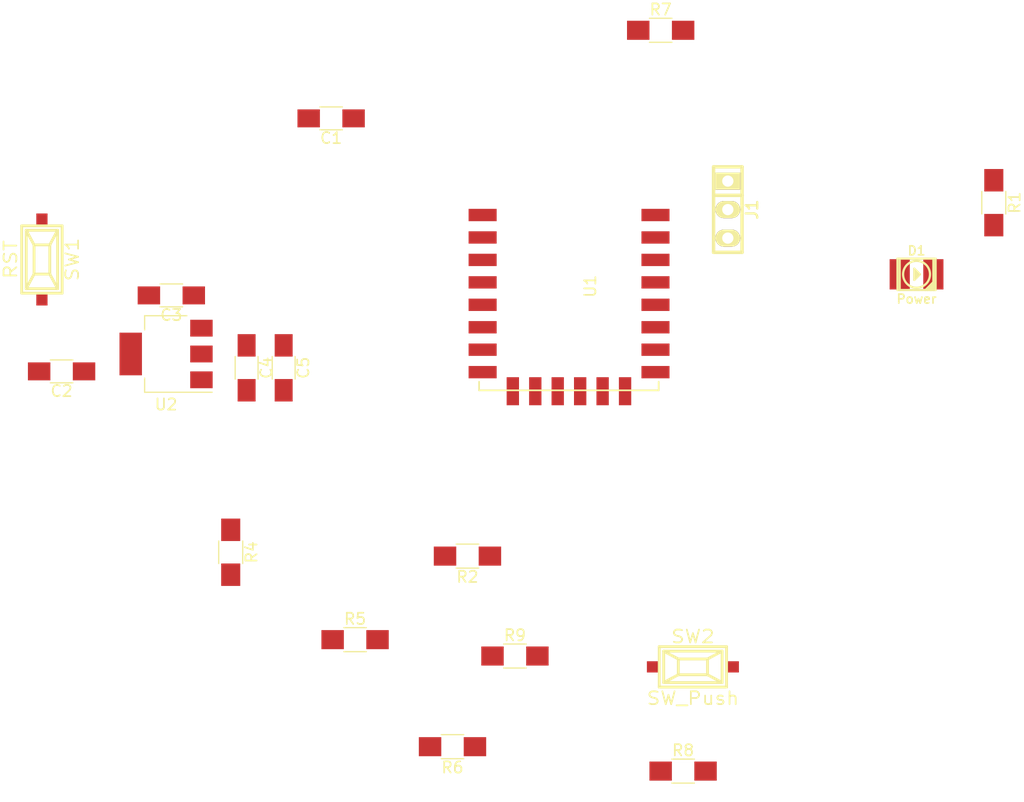
<source format=kicad_pcb>
(kicad_pcb (version 20171130) (host pcbnew "(5.0.1)-4")

  (general
    (thickness 1.6)
    (drawings 0)
    (tracks 0)
    (zones 0)
    (modules 19)
    (nets 14)
  )

  (page A4)
  (layers
    (0 F.Cu signal)
    (31 B.Cu signal)
    (32 B.Adhes user)
    (33 F.Adhes user)
    (34 B.Paste user)
    (35 F.Paste user)
    (36 B.SilkS user)
    (37 F.SilkS user)
    (38 B.Mask user)
    (39 F.Mask user)
    (40 Dwgs.User user)
    (41 Cmts.User user)
    (42 Eco1.User user)
    (43 Eco2.User user)
    (44 Edge.Cuts user)
    (45 Margin user)
    (46 B.CrtYd user)
    (47 F.CrtYd user)
    (48 B.Fab user)
    (49 F.Fab user)
  )

  (setup
    (last_trace_width 0.25)
    (trace_clearance 0.2)
    (zone_clearance 0.508)
    (zone_45_only no)
    (trace_min 0.2)
    (segment_width 0.2)
    (edge_width 0.15)
    (via_size 0.8)
    (via_drill 0.4)
    (via_min_size 0.4)
    (via_min_drill 0.3)
    (uvia_size 0.3)
    (uvia_drill 0.1)
    (uvias_allowed no)
    (uvia_min_size 0.2)
    (uvia_min_drill 0.1)
    (pcb_text_width 0.3)
    (pcb_text_size 1.5 1.5)
    (mod_edge_width 0.15)
    (mod_text_size 1 1)
    (mod_text_width 0.15)
    (pad_size 1.524 1.524)
    (pad_drill 0.762)
    (pad_to_mask_clearance 0.051)
    (solder_mask_min_width 0.25)
    (aux_axis_origin 0 0)
    (visible_elements 7FFFFFFF)
    (pcbplotparams
      (layerselection 0x010fc_ffffffff)
      (usegerberextensions false)
      (usegerberattributes false)
      (usegerberadvancedattributes false)
      (creategerberjobfile false)
      (excludeedgelayer true)
      (linewidth 0.100000)
      (plotframeref false)
      (viasonmask false)
      (mode 1)
      (useauxorigin false)
      (hpglpennumber 1)
      (hpglpenspeed 20)
      (hpglpendiameter 15.000000)
      (psnegative false)
      (psa4output false)
      (plotreference true)
      (plotvalue true)
      (plotinvisibletext false)
      (padsonsilk false)
      (subtractmaskfromsilk false)
      (outputformat 1)
      (mirror false)
      (drillshape 1)
      (scaleselection 1)
      (outputdirectory ""))
  )

  (net 0 "")
  (net 1 GND)
  (net 2 "Net-(C1-Pad1)")
  (net 3 +3V3)
  (net 4 +5V)
  (net 5 "Net-(D1-Pad1)")
  (net 6 "Net-(D1-Pad2)")
  (net 7 "Net-(J1-Pad2)")
  (net 8 "Net-(J1-Pad3)")
  (net 9 "Net-(R5-Pad2)")
  (net 10 "Net-(R6-Pad1)")
  (net 11 "Net-(R7-Pad1)")
  (net 12 "Net-(R8-Pad1)")
  (net 13 "Net-(R9-Pad2)")

  (net_class Default "Esta es la clase de red por defecto."
    (clearance 0.2)
    (trace_width 0.25)
    (via_dia 0.8)
    (via_drill 0.4)
    (uvia_dia 0.3)
    (uvia_drill 0.1)
    (add_net +3V3)
    (add_net +5V)
    (add_net GND)
    (add_net "Net-(C1-Pad1)")
    (add_net "Net-(D1-Pad1)")
    (add_net "Net-(D1-Pad2)")
    (add_net "Net-(J1-Pad2)")
    (add_net "Net-(J1-Pad3)")
    (add_net "Net-(R5-Pad2)")
    (add_net "Net-(R6-Pad1)")
    (add_net "Net-(R7-Pad1)")
    (add_net "Net-(R8-Pad1)")
    (add_net "Net-(R9-Pad2)")
  )

  (module Capacitors_SMD:C_1206_HandSoldering (layer F.Cu) (tedit 58AA84D1) (tstamp 5C05BF88)
    (at 126.7079 59.9186 180)
    (descr "Capacitor SMD 1206, hand soldering")
    (tags "capacitor 1206")
    (path /5C02D7E1)
    (attr smd)
    (fp_text reference C1 (at 0 -1.75 180) (layer F.SilkS)
      (effects (font (size 1 1) (thickness 0.15)))
    )
    (fp_text value 470pF (at 0 2 180) (layer F.Fab)
      (effects (font (size 1 1) (thickness 0.15)))
    )
    (fp_line (start 3.25 1.05) (end -3.25 1.05) (layer F.CrtYd) (width 0.05))
    (fp_line (start 3.25 1.05) (end 3.25 -1.05) (layer F.CrtYd) (width 0.05))
    (fp_line (start -3.25 -1.05) (end -3.25 1.05) (layer F.CrtYd) (width 0.05))
    (fp_line (start -3.25 -1.05) (end 3.25 -1.05) (layer F.CrtYd) (width 0.05))
    (fp_line (start -1 1.02) (end 1 1.02) (layer F.SilkS) (width 0.12))
    (fp_line (start 1 -1.02) (end -1 -1.02) (layer F.SilkS) (width 0.12))
    (fp_line (start -1.6 -0.8) (end 1.6 -0.8) (layer F.Fab) (width 0.1))
    (fp_line (start 1.6 -0.8) (end 1.6 0.8) (layer F.Fab) (width 0.1))
    (fp_line (start 1.6 0.8) (end -1.6 0.8) (layer F.Fab) (width 0.1))
    (fp_line (start -1.6 0.8) (end -1.6 -0.8) (layer F.Fab) (width 0.1))
    (fp_text user %R (at 0 -1.75 180) (layer F.Fab)
      (effects (font (size 1 1) (thickness 0.15)))
    )
    (pad 2 smd rect (at 2 0 180) (size 2 1.6) (layers F.Cu F.Paste F.Mask)
      (net 1 GND))
    (pad 1 smd rect (at -2 0 180) (size 2 1.6) (layers F.Cu F.Paste F.Mask)
      (net 2 "Net-(C1-Pad1)"))
    (model Capacitors_SMD.3dshapes/C_1206.wrl
      (at (xyz 0 0 0))
      (scale (xyz 1 1 1))
      (rotate (xyz 0 0 0))
    )
  )

  (module Capacitors_SMD:C_1206_HandSoldering (layer F.Cu) (tedit 58AA84D1) (tstamp 5C05BF99)
    (at 102.6922 82.4611 180)
    (descr "Capacitor SMD 1206, hand soldering")
    (tags "capacitor 1206")
    (path /5C0268C4)
    (attr smd)
    (fp_text reference C2 (at 0 -1.75 180) (layer F.SilkS)
      (effects (font (size 1 1) (thickness 0.15)))
    )
    (fp_text value 100uF (at 0 2 180) (layer F.Fab)
      (effects (font (size 1 1) (thickness 0.15)))
    )
    (fp_text user %R (at 0 -1.75 180) (layer F.Fab)
      (effects (font (size 1 1) (thickness 0.15)))
    )
    (fp_line (start -1.6 0.8) (end -1.6 -0.8) (layer F.Fab) (width 0.1))
    (fp_line (start 1.6 0.8) (end -1.6 0.8) (layer F.Fab) (width 0.1))
    (fp_line (start 1.6 -0.8) (end 1.6 0.8) (layer F.Fab) (width 0.1))
    (fp_line (start -1.6 -0.8) (end 1.6 -0.8) (layer F.Fab) (width 0.1))
    (fp_line (start 1 -1.02) (end -1 -1.02) (layer F.SilkS) (width 0.12))
    (fp_line (start -1 1.02) (end 1 1.02) (layer F.SilkS) (width 0.12))
    (fp_line (start -3.25 -1.05) (end 3.25 -1.05) (layer F.CrtYd) (width 0.05))
    (fp_line (start -3.25 -1.05) (end -3.25 1.05) (layer F.CrtYd) (width 0.05))
    (fp_line (start 3.25 1.05) (end 3.25 -1.05) (layer F.CrtYd) (width 0.05))
    (fp_line (start 3.25 1.05) (end -3.25 1.05) (layer F.CrtYd) (width 0.05))
    (pad 1 smd rect (at -2 0 180) (size 2 1.6) (layers F.Cu F.Paste F.Mask)
      (net 3 +3V3))
    (pad 2 smd rect (at 2 0 180) (size 2 1.6) (layers F.Cu F.Paste F.Mask)
      (net 1 GND))
    (model Capacitors_SMD.3dshapes/C_1206.wrl
      (at (xyz 0 0 0))
      (scale (xyz 1 1 1))
      (rotate (xyz 0 0 0))
    )
  )

  (module Capacitors_SMD:C_1206_HandSoldering (layer F.Cu) (tedit 58AA84D1) (tstamp 5C05BFAA)
    (at 112.4712 75.692 180)
    (descr "Capacitor SMD 1206, hand soldering")
    (tags "capacitor 1206")
    (path /5C01CE9F)
    (attr smd)
    (fp_text reference C3 (at 0 -1.75 180) (layer F.SilkS)
      (effects (font (size 1 1) (thickness 0.15)))
    )
    (fp_text value 1uF (at 0 2 180) (layer F.Fab)
      (effects (font (size 1 1) (thickness 0.15)))
    )
    (fp_line (start 3.25 1.05) (end -3.25 1.05) (layer F.CrtYd) (width 0.05))
    (fp_line (start 3.25 1.05) (end 3.25 -1.05) (layer F.CrtYd) (width 0.05))
    (fp_line (start -3.25 -1.05) (end -3.25 1.05) (layer F.CrtYd) (width 0.05))
    (fp_line (start -3.25 -1.05) (end 3.25 -1.05) (layer F.CrtYd) (width 0.05))
    (fp_line (start -1 1.02) (end 1 1.02) (layer F.SilkS) (width 0.12))
    (fp_line (start 1 -1.02) (end -1 -1.02) (layer F.SilkS) (width 0.12))
    (fp_line (start -1.6 -0.8) (end 1.6 -0.8) (layer F.Fab) (width 0.1))
    (fp_line (start 1.6 -0.8) (end 1.6 0.8) (layer F.Fab) (width 0.1))
    (fp_line (start 1.6 0.8) (end -1.6 0.8) (layer F.Fab) (width 0.1))
    (fp_line (start -1.6 0.8) (end -1.6 -0.8) (layer F.Fab) (width 0.1))
    (fp_text user %R (at 0 -1.75 180) (layer F.Fab)
      (effects (font (size 1 1) (thickness 0.15)))
    )
    (pad 2 smd rect (at 2 0 180) (size 2 1.6) (layers F.Cu F.Paste F.Mask)
      (net 1 GND))
    (pad 1 smd rect (at -2 0 180) (size 2 1.6) (layers F.Cu F.Paste F.Mask)
      (net 4 +5V))
    (model Capacitors_SMD.3dshapes/C_1206.wrl
      (at (xyz 0 0 0))
      (scale (xyz 1 1 1))
      (rotate (xyz 0 0 0))
    )
  )

  (module Capacitors_SMD:C_1206_HandSoldering (layer F.Cu) (tedit 58AA84D1) (tstamp 5C05BFBB)
    (at 119.1768 82.1436 270)
    (descr "Capacitor SMD 1206, hand soldering")
    (tags "capacitor 1206")
    (path /5C01CF8B)
    (attr smd)
    (fp_text reference C4 (at 0 -1.75 270) (layer F.SilkS)
      (effects (font (size 1 1) (thickness 0.15)))
    )
    (fp_text value 10uF (at 0 2 270) (layer F.Fab)
      (effects (font (size 1 1) (thickness 0.15)))
    )
    (fp_line (start 3.25 1.05) (end -3.25 1.05) (layer F.CrtYd) (width 0.05))
    (fp_line (start 3.25 1.05) (end 3.25 -1.05) (layer F.CrtYd) (width 0.05))
    (fp_line (start -3.25 -1.05) (end -3.25 1.05) (layer F.CrtYd) (width 0.05))
    (fp_line (start -3.25 -1.05) (end 3.25 -1.05) (layer F.CrtYd) (width 0.05))
    (fp_line (start -1 1.02) (end 1 1.02) (layer F.SilkS) (width 0.12))
    (fp_line (start 1 -1.02) (end -1 -1.02) (layer F.SilkS) (width 0.12))
    (fp_line (start -1.6 -0.8) (end 1.6 -0.8) (layer F.Fab) (width 0.1))
    (fp_line (start 1.6 -0.8) (end 1.6 0.8) (layer F.Fab) (width 0.1))
    (fp_line (start 1.6 0.8) (end -1.6 0.8) (layer F.Fab) (width 0.1))
    (fp_line (start -1.6 0.8) (end -1.6 -0.8) (layer F.Fab) (width 0.1))
    (fp_text user %R (at 0 -1.75 270) (layer F.Fab)
      (effects (font (size 1 1) (thickness 0.15)))
    )
    (pad 2 smd rect (at 2 0 270) (size 2 1.6) (layers F.Cu F.Paste F.Mask)
      (net 1 GND))
    (pad 1 smd rect (at -2 0 270) (size 2 1.6) (layers F.Cu F.Paste F.Mask)
      (net 3 +3V3))
    (model Capacitors_SMD.3dshapes/C_1206.wrl
      (at (xyz 0 0 0))
      (scale (xyz 1 1 1))
      (rotate (xyz 0 0 0))
    )
  )

  (module Capacitors_SMD:C_1206_HandSoldering (layer F.Cu) (tedit 58AA84D1) (tstamp 5C05BFCC)
    (at 122.4788 82.1436 270)
    (descr "Capacitor SMD 1206, hand soldering")
    (tags "capacitor 1206")
    (path /5C01CF35)
    (attr smd)
    (fp_text reference C5 (at 0 -1.75 270) (layer F.SilkS)
      (effects (font (size 1 1) (thickness 0.15)))
    )
    (fp_text value 470pF (at 0 2 270) (layer F.Fab)
      (effects (font (size 1 1) (thickness 0.15)))
    )
    (fp_text user %R (at 0 -1.75 270) (layer F.Fab)
      (effects (font (size 1 1) (thickness 0.15)))
    )
    (fp_line (start -1.6 0.8) (end -1.6 -0.8) (layer F.Fab) (width 0.1))
    (fp_line (start 1.6 0.8) (end -1.6 0.8) (layer F.Fab) (width 0.1))
    (fp_line (start 1.6 -0.8) (end 1.6 0.8) (layer F.Fab) (width 0.1))
    (fp_line (start -1.6 -0.8) (end 1.6 -0.8) (layer F.Fab) (width 0.1))
    (fp_line (start 1 -1.02) (end -1 -1.02) (layer F.SilkS) (width 0.12))
    (fp_line (start -1 1.02) (end 1 1.02) (layer F.SilkS) (width 0.12))
    (fp_line (start -3.25 -1.05) (end 3.25 -1.05) (layer F.CrtYd) (width 0.05))
    (fp_line (start -3.25 -1.05) (end -3.25 1.05) (layer F.CrtYd) (width 0.05))
    (fp_line (start 3.25 1.05) (end 3.25 -1.05) (layer F.CrtYd) (width 0.05))
    (fp_line (start 3.25 1.05) (end -3.25 1.05) (layer F.CrtYd) (width 0.05))
    (pad 1 smd rect (at -2 0 270) (size 2 1.6) (layers F.Cu F.Paste F.Mask)
      (net 3 +3V3))
    (pad 2 smd rect (at 2 0 270) (size 2 1.6) (layers F.Cu F.Paste F.Mask)
      (net 1 GND))
    (model Capacitors_SMD.3dshapes/C_1206.wrl
      (at (xyz 0 0 0))
      (scale (xyz 1 1 1))
      (rotate (xyz 0 0 0))
    )
  )

  (module w_smd_leds:Led_PLCC2_3528 (layer F.Cu) (tedit 0) (tstamp 5C05BFE2)
    (at 178.8668 73.8124)
    (descr "3528 PLCC2 SMD led")
    (path /5C01D9BA)
    (fp_text reference D1 (at 0 -2.10058) (layer F.SilkS)
      (effects (font (size 0.8001 0.8001) (thickness 0.14986)))
    )
    (fp_text value Power (at 0 2.19964) (layer F.SilkS)
      (effects (font (size 0.8001 0.8001) (thickness 0.14986)))
    )
    (fp_line (start 0.09906 0.20066) (end 0.09906 -0.20066) (layer F.SilkS) (width 0.19812))
    (fp_line (start -0.09906 0.29972) (end -0.09906 -0.29972) (layer F.SilkS) (width 0.19812))
    (fp_line (start 1.50114 1.39954) (end 1.50114 -1.39954) (layer F.SilkS) (width 0.19812))
    (fp_line (start -1.50114 -1.39954) (end -1.50114 1.39954) (layer F.SilkS) (width 0.19812))
    (fp_circle (center 0 0) (end -1.19888 0) (layer F.SilkS) (width 0.19812))
    (fp_line (start -0.19812 -0.50038) (end -0.19812 0.50038) (layer F.SilkS) (width 0.19812))
    (fp_line (start -0.19812 0.50038) (end 0.29972 0) (layer F.SilkS) (width 0.19812))
    (fp_line (start 0.29972 0) (end -0.19812 -0.50038) (layer F.SilkS) (width 0.19812))
    (fp_line (start 0.8001 1.39954) (end 1.4986 0.70104) (layer F.SilkS) (width 0.19812))
    (fp_line (start 1.19888 1.39954) (end 1.4986 1.09982) (layer F.SilkS) (width 0.19812))
    (fp_line (start 1.4986 1.19888) (end 1.30048 1.39954) (layer F.SilkS) (width 0.19812))
    (fp_line (start 0.99822 1.39954) (end 1.4986 0.89916) (layer F.SilkS) (width 0.19812))
    (fp_line (start -1.69926 -1.39954) (end -1.69926 1.39954) (layer F.SilkS) (width 0.19812))
    (fp_line (start -1.69926 1.39954) (end 1.69926 1.39954) (layer F.SilkS) (width 0.19812))
    (fp_line (start 1.69926 1.39954) (end 1.69926 -1.39954) (layer F.SilkS) (width 0.19812))
    (fp_line (start 1.69926 -1.397) (end -1.69926 -1.397) (layer F.SilkS) (width 0.19812))
    (pad 1 smd rect (at -1.4986 0) (size 1.79578 2.69748) (layers F.Cu F.Paste F.Mask)
      (net 5 "Net-(D1-Pad1)"))
    (pad 2 smd rect (at 1.4986 0) (size 1.79578 2.69748) (layers F.Cu F.Paste F.Mask)
      (net 6 "Net-(D1-Pad2)"))
    (model walter/smd_leds/led_plcc2_3528.wrl
      (at (xyz 0 0 0))
      (scale (xyz 1 1 1))
      (rotate (xyz 0 0 0))
    )
  )

  (module w_pin_strip:pin_strip_3 (layer F.Cu) (tedit 0) (tstamp 5C05BFEE)
    (at 162.052 68.0466 270)
    (descr "Pin strip 3pin")
    (tags "CONN DEV")
    (path /5C0333B4)
    (fp_text reference J1 (at 0 -2.159 270) (layer F.SilkS)
      (effects (font (size 1.016 1.016) (thickness 0.2032)))
    )
    (fp_text value UART (at 0.254 -3.556 270) (layer F.SilkS) hide
      (effects (font (size 1.016 0.889) (thickness 0.2032)))
    )
    (fp_line (start -1.27 1.27) (end -1.27 -1.27) (layer F.SilkS) (width 0.3048))
    (fp_line (start -3.81 -1.27) (end 3.81 -1.27) (layer F.SilkS) (width 0.3048))
    (fp_line (start 3.81 -1.27) (end 3.81 1.27) (layer F.SilkS) (width 0.3048))
    (fp_line (start 3.81 1.27) (end -3.81 1.27) (layer F.SilkS) (width 0.3048))
    (fp_line (start -3.81 1.27) (end -3.81 -1.27) (layer F.SilkS) (width 0.3048))
    (pad 1 thru_hole rect (at -2.54 0 270) (size 1.524 2.19964) (drill 1.00076) (layers *.Cu *.Mask F.SilkS)
      (net 1 GND))
    (pad 2 thru_hole oval (at 0 0 270) (size 1.524 2.19964) (drill 1.00076) (layers *.Cu *.Mask F.SilkS)
      (net 7 "Net-(J1-Pad2)"))
    (pad 3 thru_hole oval (at 2.54 0 270) (size 1.524 2.19964) (drill 1.00076) (layers *.Cu *.Mask F.SilkS)
      (net 8 "Net-(J1-Pad3)"))
    (model walter/pin_strip/pin_strip_3.wrl
      (at (xyz 0 0 0))
      (scale (xyz 1 1 1))
      (rotate (xyz 0 0 0))
    )
  )

  (module Resistors_SMD:R_1206_HandSoldering (layer F.Cu) (tedit 58E0A804) (tstamp 5C05BFFF)
    (at 185.7502 67.4304 270)
    (descr "Resistor SMD 1206, hand soldering")
    (tags "resistor 1206")
    (path /5C01D89C)
    (attr smd)
    (fp_text reference R1 (at 0 -1.85 270) (layer F.SilkS)
      (effects (font (size 1 1) (thickness 0.15)))
    )
    (fp_text value 470 (at 0 1.9 270) (layer F.Fab)
      (effects (font (size 1 1) (thickness 0.15)))
    )
    (fp_line (start 3.25 1.1) (end -3.25 1.1) (layer F.CrtYd) (width 0.05))
    (fp_line (start 3.25 1.1) (end 3.25 -1.11) (layer F.CrtYd) (width 0.05))
    (fp_line (start -3.25 -1.11) (end -3.25 1.1) (layer F.CrtYd) (width 0.05))
    (fp_line (start -3.25 -1.11) (end 3.25 -1.11) (layer F.CrtYd) (width 0.05))
    (fp_line (start -1 -1.07) (end 1 -1.07) (layer F.SilkS) (width 0.12))
    (fp_line (start 1 1.07) (end -1 1.07) (layer F.SilkS) (width 0.12))
    (fp_line (start -1.6 -0.8) (end 1.6 -0.8) (layer F.Fab) (width 0.1))
    (fp_line (start 1.6 -0.8) (end 1.6 0.8) (layer F.Fab) (width 0.1))
    (fp_line (start 1.6 0.8) (end -1.6 0.8) (layer F.Fab) (width 0.1))
    (fp_line (start -1.6 0.8) (end -1.6 -0.8) (layer F.Fab) (width 0.1))
    (fp_text user %R (at 0 0 270) (layer F.Fab)
      (effects (font (size 0.7 0.7) (thickness 0.105)))
    )
    (pad 2 smd rect (at 2 0 270) (size 2 1.7) (layers F.Cu F.Paste F.Mask)
      (net 6 "Net-(D1-Pad2)"))
    (pad 1 smd rect (at -2 0 270) (size 2 1.7) (layers F.Cu F.Paste F.Mask)
      (net 3 +3V3))
    (model ${KISYS3DMOD}/Resistors_SMD.3dshapes/R_1206.wrl
      (at (xyz 0 0 0))
      (scale (xyz 1 1 1))
      (rotate (xyz 0 0 0))
    )
  )

  (module Resistors_SMD:R_1206_HandSoldering (layer F.Cu) (tedit 58E0A804) (tstamp 5C05C010)
    (at 138.8552 98.9203 180)
    (descr "Resistor SMD 1206, hand soldering")
    (tags "resistor 1206")
    (path /5C01DB8D)
    (attr smd)
    (fp_text reference R2 (at 0 -1.85 180) (layer F.SilkS)
      (effects (font (size 1 1) (thickness 0.15)))
    )
    (fp_text value 470 (at 0 1.9 180) (layer F.Fab)
      (effects (font (size 1 1) (thickness 0.15)))
    )
    (fp_text user %R (at 0 0 180) (layer F.Fab)
      (effects (font (size 0.7 0.7) (thickness 0.105)))
    )
    (fp_line (start -1.6 0.8) (end -1.6 -0.8) (layer F.Fab) (width 0.1))
    (fp_line (start 1.6 0.8) (end -1.6 0.8) (layer F.Fab) (width 0.1))
    (fp_line (start 1.6 -0.8) (end 1.6 0.8) (layer F.Fab) (width 0.1))
    (fp_line (start -1.6 -0.8) (end 1.6 -0.8) (layer F.Fab) (width 0.1))
    (fp_line (start 1 1.07) (end -1 1.07) (layer F.SilkS) (width 0.12))
    (fp_line (start -1 -1.07) (end 1 -1.07) (layer F.SilkS) (width 0.12))
    (fp_line (start -3.25 -1.11) (end 3.25 -1.11) (layer F.CrtYd) (width 0.05))
    (fp_line (start -3.25 -1.11) (end -3.25 1.1) (layer F.CrtYd) (width 0.05))
    (fp_line (start 3.25 1.1) (end 3.25 -1.11) (layer F.CrtYd) (width 0.05))
    (fp_line (start 3.25 1.1) (end -3.25 1.1) (layer F.CrtYd) (width 0.05))
    (pad 1 smd rect (at -2 0 180) (size 2 1.7) (layers F.Cu F.Paste F.Mask)
      (net 5 "Net-(D1-Pad1)"))
    (pad 2 smd rect (at 2 0 180) (size 2 1.7) (layers F.Cu F.Paste F.Mask)
      (net 2 "Net-(C1-Pad1)"))
    (model ${KISYS3DMOD}/Resistors_SMD.3dshapes/R_1206.wrl
      (at (xyz 0 0 0))
      (scale (xyz 1 1 1))
      (rotate (xyz 0 0 0))
    )
  )

  (module Resistors_SMD:R_1206_HandSoldering (layer F.Cu) (tedit 58E0A804) (tstamp 5C05C021)
    (at 117.7605 98.5774 270)
    (descr "Resistor SMD 1206, hand soldering")
    (tags "resistor 1206")
    (path /5C02B1C1)
    (attr smd)
    (fp_text reference R4 (at 0 -1.85 270) (layer F.SilkS)
      (effects (font (size 1 1) (thickness 0.15)))
    )
    (fp_text value 12k (at 0 1.9 270) (layer F.Fab)
      (effects (font (size 1 1) (thickness 0.15)))
    )
    (fp_line (start 3.25 1.1) (end -3.25 1.1) (layer F.CrtYd) (width 0.05))
    (fp_line (start 3.25 1.1) (end 3.25 -1.11) (layer F.CrtYd) (width 0.05))
    (fp_line (start -3.25 -1.11) (end -3.25 1.1) (layer F.CrtYd) (width 0.05))
    (fp_line (start -3.25 -1.11) (end 3.25 -1.11) (layer F.CrtYd) (width 0.05))
    (fp_line (start -1 -1.07) (end 1 -1.07) (layer F.SilkS) (width 0.12))
    (fp_line (start 1 1.07) (end -1 1.07) (layer F.SilkS) (width 0.12))
    (fp_line (start -1.6 -0.8) (end 1.6 -0.8) (layer F.Fab) (width 0.1))
    (fp_line (start 1.6 -0.8) (end 1.6 0.8) (layer F.Fab) (width 0.1))
    (fp_line (start 1.6 0.8) (end -1.6 0.8) (layer F.Fab) (width 0.1))
    (fp_line (start -1.6 0.8) (end -1.6 -0.8) (layer F.Fab) (width 0.1))
    (fp_text user %R (at 0 0 270) (layer F.Fab)
      (effects (font (size 0.7 0.7) (thickness 0.105)))
    )
    (pad 2 smd rect (at 2 0 270) (size 2 1.7) (layers F.Cu F.Paste F.Mask)
      (net 2 "Net-(C1-Pad1)"))
    (pad 1 smd rect (at -2 0 270) (size 2 1.7) (layers F.Cu F.Paste F.Mask)
      (net 3 +3V3))
    (model ${KISYS3DMOD}/Resistors_SMD.3dshapes/R_1206.wrl
      (at (xyz 0 0 0))
      (scale (xyz 1 1 1))
      (rotate (xyz 0 0 0))
    )
  )

  (module Resistors_SMD:R_1206_HandSoldering (layer F.Cu) (tedit 58E0A804) (tstamp 5C05C032)
    (at 128.8415 106.3625)
    (descr "Resistor SMD 1206, hand soldering")
    (tags "resistor 1206")
    (path /5C029BEC)
    (attr smd)
    (fp_text reference R5 (at 0 -1.85) (layer F.SilkS)
      (effects (font (size 1 1) (thickness 0.15)))
    )
    (fp_text value 12k (at 0 1.9) (layer F.Fab)
      (effects (font (size 1 1) (thickness 0.15)))
    )
    (fp_text user %R (at 0 0) (layer F.Fab)
      (effects (font (size 0.7 0.7) (thickness 0.105)))
    )
    (fp_line (start -1.6 0.8) (end -1.6 -0.8) (layer F.Fab) (width 0.1))
    (fp_line (start 1.6 0.8) (end -1.6 0.8) (layer F.Fab) (width 0.1))
    (fp_line (start 1.6 -0.8) (end 1.6 0.8) (layer F.Fab) (width 0.1))
    (fp_line (start -1.6 -0.8) (end 1.6 -0.8) (layer F.Fab) (width 0.1))
    (fp_line (start 1 1.07) (end -1 1.07) (layer F.SilkS) (width 0.12))
    (fp_line (start -1 -1.07) (end 1 -1.07) (layer F.SilkS) (width 0.12))
    (fp_line (start -3.25 -1.11) (end 3.25 -1.11) (layer F.CrtYd) (width 0.05))
    (fp_line (start -3.25 -1.11) (end -3.25 1.1) (layer F.CrtYd) (width 0.05))
    (fp_line (start 3.25 1.1) (end 3.25 -1.11) (layer F.CrtYd) (width 0.05))
    (fp_line (start 3.25 1.1) (end -3.25 1.1) (layer F.CrtYd) (width 0.05))
    (pad 1 smd rect (at -2 0) (size 2 1.7) (layers F.Cu F.Paste F.Mask)
      (net 3 +3V3))
    (pad 2 smd rect (at 2 0) (size 2 1.7) (layers F.Cu F.Paste F.Mask)
      (net 9 "Net-(R5-Pad2)"))
    (model ${KISYS3DMOD}/Resistors_SMD.3dshapes/R_1206.wrl
      (at (xyz 0 0 0))
      (scale (xyz 1 1 1))
      (rotate (xyz 0 0 0))
    )
  )

  (module Resistors_SMD:R_1206_HandSoldering (layer F.Cu) (tedit 58E0A804) (tstamp 5C05C043)
    (at 137.5217 115.9002 180)
    (descr "Resistor SMD 1206, hand soldering")
    (tags "resistor 1206")
    (path /5C0275C6)
    (attr smd)
    (fp_text reference R6 (at 0 -1.85 180) (layer F.SilkS)
      (effects (font (size 1 1) (thickness 0.15)))
    )
    (fp_text value 12K (at 0 1.9 180) (layer F.Fab)
      (effects (font (size 1 1) (thickness 0.15)))
    )
    (fp_text user %R (at 0 0 180) (layer F.Fab)
      (effects (font (size 0.7 0.7) (thickness 0.105)))
    )
    (fp_line (start -1.6 0.8) (end -1.6 -0.8) (layer F.Fab) (width 0.1))
    (fp_line (start 1.6 0.8) (end -1.6 0.8) (layer F.Fab) (width 0.1))
    (fp_line (start 1.6 -0.8) (end 1.6 0.8) (layer F.Fab) (width 0.1))
    (fp_line (start -1.6 -0.8) (end 1.6 -0.8) (layer F.Fab) (width 0.1))
    (fp_line (start 1 1.07) (end -1 1.07) (layer F.SilkS) (width 0.12))
    (fp_line (start -1 -1.07) (end 1 -1.07) (layer F.SilkS) (width 0.12))
    (fp_line (start -3.25 -1.11) (end 3.25 -1.11) (layer F.CrtYd) (width 0.05))
    (fp_line (start -3.25 -1.11) (end -3.25 1.1) (layer F.CrtYd) (width 0.05))
    (fp_line (start 3.25 1.1) (end 3.25 -1.11) (layer F.CrtYd) (width 0.05))
    (fp_line (start 3.25 1.1) (end -3.25 1.1) (layer F.CrtYd) (width 0.05))
    (pad 1 smd rect (at -2 0 180) (size 2 1.7) (layers F.Cu F.Paste F.Mask)
      (net 10 "Net-(R6-Pad1)"))
    (pad 2 smd rect (at 2 0 180) (size 2 1.7) (layers F.Cu F.Paste F.Mask)
      (net 3 +3V3))
    (model ${KISYS3DMOD}/Resistors_SMD.3dshapes/R_1206.wrl
      (at (xyz 0 0 0))
      (scale (xyz 1 1 1))
      (rotate (xyz 0 0 0))
    )
  )

  (module Resistors_SMD:R_1206_HandSoldering (layer F.Cu) (tedit 58E0A804) (tstamp 5C05CE5A)
    (at 156.0703 52.07)
    (descr "Resistor SMD 1206, hand soldering")
    (tags "resistor 1206")
    (path /5C028CAB)
    (attr smd)
    (fp_text reference R7 (at 0 -1.85) (layer F.SilkS)
      (effects (font (size 1 1) (thickness 0.15)))
    )
    (fp_text value 12k (at 0 1.9) (layer F.Fab)
      (effects (font (size 1 1) (thickness 0.15)))
    )
    (fp_line (start 3.25 1.1) (end -3.25 1.1) (layer F.CrtYd) (width 0.05))
    (fp_line (start 3.25 1.1) (end 3.25 -1.11) (layer F.CrtYd) (width 0.05))
    (fp_line (start -3.25 -1.11) (end -3.25 1.1) (layer F.CrtYd) (width 0.05))
    (fp_line (start -3.25 -1.11) (end 3.25 -1.11) (layer F.CrtYd) (width 0.05))
    (fp_line (start -1 -1.07) (end 1 -1.07) (layer F.SilkS) (width 0.12))
    (fp_line (start 1 1.07) (end -1 1.07) (layer F.SilkS) (width 0.12))
    (fp_line (start -1.6 -0.8) (end 1.6 -0.8) (layer F.Fab) (width 0.1))
    (fp_line (start 1.6 -0.8) (end 1.6 0.8) (layer F.Fab) (width 0.1))
    (fp_line (start 1.6 0.8) (end -1.6 0.8) (layer F.Fab) (width 0.1))
    (fp_line (start -1.6 0.8) (end -1.6 -0.8) (layer F.Fab) (width 0.1))
    (fp_text user %R (at 0 0) (layer F.Fab)
      (effects (font (size 0.7 0.7) (thickness 0.105)))
    )
    (pad 2 smd rect (at 2 0) (size 2 1.7) (layers F.Cu F.Paste F.Mask)
      (net 3 +3V3))
    (pad 1 smd rect (at -2 0) (size 2 1.7) (layers F.Cu F.Paste F.Mask)
      (net 11 "Net-(R7-Pad1)"))
    (model ${KISYS3DMOD}/Resistors_SMD.3dshapes/R_1206.wrl
      (at (xyz 0 0 0))
      (scale (xyz 1 1 1))
      (rotate (xyz 0 0 0))
    )
  )

  (module Resistors_SMD:R_1206_HandSoldering (layer F.Cu) (tedit 58E0A804) (tstamp 5C05C065)
    (at 158.067401 118.075601)
    (descr "Resistor SMD 1206, hand soldering")
    (tags "resistor 1206")
    (path /5C031906)
    (attr smd)
    (fp_text reference R8 (at 0 -1.85) (layer F.SilkS)
      (effects (font (size 1 1) (thickness 0.15)))
    )
    (fp_text value 12k (at 0 1.9) (layer F.Fab)
      (effects (font (size 1 1) (thickness 0.15)))
    )
    (fp_text user %R (at 0 0) (layer F.Fab)
      (effects (font (size 0.7 0.7) (thickness 0.105)))
    )
    (fp_line (start -1.6 0.8) (end -1.6 -0.8) (layer F.Fab) (width 0.1))
    (fp_line (start 1.6 0.8) (end -1.6 0.8) (layer F.Fab) (width 0.1))
    (fp_line (start 1.6 -0.8) (end 1.6 0.8) (layer F.Fab) (width 0.1))
    (fp_line (start -1.6 -0.8) (end 1.6 -0.8) (layer F.Fab) (width 0.1))
    (fp_line (start 1 1.07) (end -1 1.07) (layer F.SilkS) (width 0.12))
    (fp_line (start -1 -1.07) (end 1 -1.07) (layer F.SilkS) (width 0.12))
    (fp_line (start -3.25 -1.11) (end 3.25 -1.11) (layer F.CrtYd) (width 0.05))
    (fp_line (start -3.25 -1.11) (end -3.25 1.1) (layer F.CrtYd) (width 0.05))
    (fp_line (start 3.25 1.1) (end 3.25 -1.11) (layer F.CrtYd) (width 0.05))
    (fp_line (start 3.25 1.1) (end -3.25 1.1) (layer F.CrtYd) (width 0.05))
    (pad 1 smd rect (at -2 0) (size 2 1.7) (layers F.Cu F.Paste F.Mask)
      (net 12 "Net-(R8-Pad1)"))
    (pad 2 smd rect (at 2 0) (size 2 1.7) (layers F.Cu F.Paste F.Mask)
      (net 1 GND))
    (model ${KISYS3DMOD}/Resistors_SMD.3dshapes/R_1206.wrl
      (at (xyz 0 0 0))
      (scale (xyz 1 1 1))
      (rotate (xyz 0 0 0))
    )
  )

  (module Resistors_SMD:R_1206_HandSoldering (layer F.Cu) (tedit 58E0A804) (tstamp 5C05C076)
    (at 143.0848 107.823)
    (descr "Resistor SMD 1206, hand soldering")
    (tags "resistor 1206")
    (path /5C01DD07)
    (attr smd)
    (fp_text reference R9 (at 0 -1.85) (layer F.SilkS)
      (effects (font (size 1 1) (thickness 0.15)))
    )
    (fp_text value 470 (at 0 1.9) (layer F.Fab)
      (effects (font (size 1 1) (thickness 0.15)))
    )
    (fp_line (start 3.25 1.1) (end -3.25 1.1) (layer F.CrtYd) (width 0.05))
    (fp_line (start 3.25 1.1) (end 3.25 -1.11) (layer F.CrtYd) (width 0.05))
    (fp_line (start -3.25 -1.11) (end -3.25 1.1) (layer F.CrtYd) (width 0.05))
    (fp_line (start -3.25 -1.11) (end 3.25 -1.11) (layer F.CrtYd) (width 0.05))
    (fp_line (start -1 -1.07) (end 1 -1.07) (layer F.SilkS) (width 0.12))
    (fp_line (start 1 1.07) (end -1 1.07) (layer F.SilkS) (width 0.12))
    (fp_line (start -1.6 -0.8) (end 1.6 -0.8) (layer F.Fab) (width 0.1))
    (fp_line (start 1.6 -0.8) (end 1.6 0.8) (layer F.Fab) (width 0.1))
    (fp_line (start 1.6 0.8) (end -1.6 0.8) (layer F.Fab) (width 0.1))
    (fp_line (start -1.6 0.8) (end -1.6 -0.8) (layer F.Fab) (width 0.1))
    (fp_text user %R (at 0 0) (layer F.Fab)
      (effects (font (size 0.7 0.7) (thickness 0.105)))
    )
    (pad 2 smd rect (at 2 0) (size 2 1.7) (layers F.Cu F.Paste F.Mask)
      (net 13 "Net-(R9-Pad2)"))
    (pad 1 smd rect (at -2 0) (size 2 1.7) (layers F.Cu F.Paste F.Mask)
      (net 10 "Net-(R6-Pad1)"))
    (model ${KISYS3DMOD}/Resistors_SMD.3dshapes/R_1206.wrl
      (at (xyz 0 0 0))
      (scale (xyz 1 1 1))
      (rotate (xyz 0 0 0))
    )
  )

  (module w_switch:smd_push (layer F.Cu) (tedit 0) (tstamp 5C05C08C)
    (at 100.9396 72.4916 270)
    (descr "SMD Pushbutton")
    (path /5C01DE8B)
    (autoplace_cost180 10)
    (fp_text reference SW1 (at 0 -2.70002 270) (layer F.SilkS)
      (effects (font (size 1.143 1.27) (thickness 0.1524)))
    )
    (fp_text value RST (at 0 2.79908 270) (layer F.SilkS)
      (effects (font (size 1.143 1.27) (thickness 0.1524)))
    )
    (fp_line (start -2.99974 1.80086) (end -2.99974 -1.80086) (layer F.SilkS) (width 0.254))
    (fp_line (start 2.99974 1.80086) (end -2.99974 1.80086) (layer F.SilkS) (width 0.254))
    (fp_line (start 2.99974 -1.80086) (end 2.99974 1.80086) (layer F.SilkS) (width 0.254))
    (fp_line (start -2.99974 -1.80086) (end 2.99974 -1.80086) (layer F.SilkS) (width 0.254))
    (fp_line (start -1.30048 0.70104) (end -1.30048 -0.70104) (layer F.SilkS) (width 0.254))
    (fp_line (start 1.30048 0.70104) (end -1.30048 0.70104) (layer F.SilkS) (width 0.254))
    (fp_line (start 1.30048 -0.70104) (end 1.30048 0.70104) (layer F.SilkS) (width 0.254))
    (fp_line (start -1.30048 -0.70104) (end 1.30048 -0.70104) (layer F.SilkS) (width 0.254))
    (fp_line (start -2.60096 1.39954) (end -2.60096 -1.39954) (layer F.SilkS) (width 0.254))
    (fp_line (start 2.60096 1.39954) (end -2.60096 1.39954) (layer F.SilkS) (width 0.254))
    (fp_line (start 2.60096 -1.39954) (end 2.60096 1.39954) (layer F.SilkS) (width 0.254))
    (fp_line (start -2.60096 -1.39954) (end 2.60096 -1.39954) (layer F.SilkS) (width 0.254))
    (fp_line (start -2.60096 -1.39954) (end -1.30048 -0.70104) (layer F.SilkS) (width 0.254))
    (fp_line (start -1.30048 0.70104) (end -2.60096 1.39954) (layer F.SilkS) (width 0.254))
    (fp_line (start 1.30048 0.70104) (end 2.60096 1.39954) (layer F.SilkS) (width 0.254))
    (fp_line (start 1.30048 -0.70104) (end 2.60096 -1.39954) (layer F.SilkS) (width 0.254))
    (pad 2 smd rect (at 3.59918 0 270) (size 1.00076 1.00076) (layers F.Cu F.Paste F.Mask)
      (net 1 GND))
    (pad 1 smd rect (at -3.59918 0 270) (size 1.00076 1.00076) (layers F.Cu F.Paste F.Mask)
      (net 2 "Net-(C1-Pad1)"))
    (model walter/switch/smd_push.wrl
      (at (xyz 0 0 0))
      (scale (xyz 1 1 1))
      (rotate (xyz 0 0 0))
    )
  )

  (module w_switch:smd_push (layer F.Cu) (tedit 0) (tstamp 5C05C0A2)
    (at 158.9405 108.7882)
    (descr "SMD Pushbutton")
    (path /5C01E16F)
    (autoplace_cost180 10)
    (fp_text reference SW2 (at 0 -2.70002) (layer F.SilkS)
      (effects (font (size 1.143 1.27) (thickness 0.1524)))
    )
    (fp_text value SW_Push (at 0 2.79908) (layer F.SilkS)
      (effects (font (size 1.143 1.27) (thickness 0.1524)))
    )
    (fp_line (start 1.30048 -0.70104) (end 2.60096 -1.39954) (layer F.SilkS) (width 0.254))
    (fp_line (start 1.30048 0.70104) (end 2.60096 1.39954) (layer F.SilkS) (width 0.254))
    (fp_line (start -1.30048 0.70104) (end -2.60096 1.39954) (layer F.SilkS) (width 0.254))
    (fp_line (start -2.60096 -1.39954) (end -1.30048 -0.70104) (layer F.SilkS) (width 0.254))
    (fp_line (start -2.60096 -1.39954) (end 2.60096 -1.39954) (layer F.SilkS) (width 0.254))
    (fp_line (start 2.60096 -1.39954) (end 2.60096 1.39954) (layer F.SilkS) (width 0.254))
    (fp_line (start 2.60096 1.39954) (end -2.60096 1.39954) (layer F.SilkS) (width 0.254))
    (fp_line (start -2.60096 1.39954) (end -2.60096 -1.39954) (layer F.SilkS) (width 0.254))
    (fp_line (start -1.30048 -0.70104) (end 1.30048 -0.70104) (layer F.SilkS) (width 0.254))
    (fp_line (start 1.30048 -0.70104) (end 1.30048 0.70104) (layer F.SilkS) (width 0.254))
    (fp_line (start 1.30048 0.70104) (end -1.30048 0.70104) (layer F.SilkS) (width 0.254))
    (fp_line (start -1.30048 0.70104) (end -1.30048 -0.70104) (layer F.SilkS) (width 0.254))
    (fp_line (start -2.99974 -1.80086) (end 2.99974 -1.80086) (layer F.SilkS) (width 0.254))
    (fp_line (start 2.99974 -1.80086) (end 2.99974 1.80086) (layer F.SilkS) (width 0.254))
    (fp_line (start 2.99974 1.80086) (end -2.99974 1.80086) (layer F.SilkS) (width 0.254))
    (fp_line (start -2.99974 1.80086) (end -2.99974 -1.80086) (layer F.SilkS) (width 0.254))
    (pad 1 smd rect (at -3.59918 0) (size 1.00076 1.00076) (layers F.Cu F.Paste F.Mask)
      (net 13 "Net-(R9-Pad2)"))
    (pad 2 smd rect (at 3.59918 0) (size 1.00076 1.00076) (layers F.Cu F.Paste F.Mask)
      (net 1 GND))
    (model walter/switch/smd_push.wrl
      (at (xyz 0 0 0))
      (scale (xyz 1 1 1))
      (rotate (xyz 0 0 0))
    )
  )

  (module ESP8266:ESP-12E_SMD (layer F.Cu) (tedit 58FB7FFE) (tstamp 5C05C0D0)
    (at 140.9065 68.5292)
    (descr "Module, ESP-8266, ESP-12, 16 pad, SMD")
    (tags "Module ESP-8266 ESP8266")
    (path /5C01CB93)
    (fp_text reference U1 (at 8.89 6.35 90) (layer F.SilkS)
      (effects (font (size 1 1) (thickness 0.15)))
    )
    (fp_text value ESP-12F (at 5.08 6.35 90) (layer F.Fab) hide
      (effects (font (size 1 1) (thickness 0.15)))
    )
    (fp_line (start -2.25 -0.5) (end -2.25 -8.75) (layer F.CrtYd) (width 0.05))
    (fp_line (start -2.25 -8.75) (end 15.25 -8.75) (layer F.CrtYd) (width 0.05))
    (fp_line (start 15.25 -8.75) (end 16.25 -8.75) (layer F.CrtYd) (width 0.05))
    (fp_line (start 16.25 -8.75) (end 16.25 16) (layer F.CrtYd) (width 0.05))
    (fp_line (start 16.25 16) (end -2.25 16) (layer F.CrtYd) (width 0.05))
    (fp_line (start -2.25 16) (end -2.25 -0.5) (layer F.CrtYd) (width 0.05))
    (fp_line (start -1.016 -8.382) (end 14.986 -8.382) (layer F.CrtYd) (width 0.1524))
    (fp_line (start 14.986 -8.382) (end 14.986 -0.889) (layer F.CrtYd) (width 0.1524))
    (fp_line (start -1.016 -8.382) (end -1.016 -1.016) (layer F.CrtYd) (width 0.1524))
    (fp_line (start -1.016 14.859) (end -1.016 15.621) (layer F.SilkS) (width 0.1524))
    (fp_line (start -1.016 15.621) (end 14.986 15.621) (layer F.SilkS) (width 0.1524))
    (fp_line (start 14.986 15.621) (end 14.986 14.859) (layer F.SilkS) (width 0.1524))
    (fp_line (start 14.992 -8.4) (end -1.008 -2.6) (layer F.CrtYd) (width 0.1524))
    (fp_line (start -1.008 -8.4) (end 14.992 -2.6) (layer F.CrtYd) (width 0.1524))
    (fp_text user "No Copper" (at 6.892 -5.4) (layer F.CrtYd)
      (effects (font (size 1 1) (thickness 0.15)))
    )
    (fp_line (start -1.008 -2.6) (end 14.992 -2.6) (layer F.CrtYd) (width 0.1524))
    (fp_line (start 15 -8.4) (end 15 15.6) (layer F.Fab) (width 0.05))
    (fp_line (start 14.992 15.6) (end -1.008 15.6) (layer F.Fab) (width 0.05))
    (fp_line (start -1.008 15.6) (end -1.008 -8.4) (layer F.Fab) (width 0.05))
    (fp_line (start -1.008 -8.4) (end 14.992 -8.4) (layer F.Fab) (width 0.05))
    (pad 1 smd rect (at 0 0) (size 2.5 1.1) (drill (offset -0.7 0)) (layers F.Cu F.Paste F.Mask)
      (net 2 "Net-(C1-Pad1)"))
    (pad 2 smd rect (at 0 2) (size 2.5 1.1) (drill (offset -0.7 0)) (layers F.Cu F.Paste F.Mask))
    (pad 3 smd rect (at 0 4) (size 2.5 1.1) (drill (offset -0.7 0)) (layers F.Cu F.Paste F.Mask)
      (net 9 "Net-(R5-Pad2)"))
    (pad 4 smd rect (at 0 6) (size 2.5 1.1) (drill (offset -0.7 0)) (layers F.Cu F.Paste F.Mask)
      (net 5 "Net-(D1-Pad1)"))
    (pad 5 smd rect (at 0 8) (size 2.5 1.1) (drill (offset -0.7 0)) (layers F.Cu F.Paste F.Mask))
    (pad 6 smd rect (at 0 10) (size 2.5 1.1) (drill (offset -0.7 0)) (layers F.Cu F.Paste F.Mask))
    (pad 7 smd rect (at 0 12) (size 2.5 1.1) (drill (offset -0.7 0)) (layers F.Cu F.Paste F.Mask))
    (pad 8 smd rect (at 0 14) (size 2.5 1.1) (drill (offset -0.7 0)) (layers F.Cu F.Paste F.Mask)
      (net 3 +3V3))
    (pad 9 smd rect (at 14 14) (size 2.5 1.1) (drill (offset 0.7 0)) (layers F.Cu F.Paste F.Mask)
      (net 1 GND))
    (pad 10 smd rect (at 14 12) (size 2.5 1.1) (drill (offset 0.7 0)) (layers F.Cu F.Paste F.Mask)
      (net 12 "Net-(R8-Pad1)"))
    (pad 11 smd rect (at 14 10) (size 2.5 1.1) (drill (offset 0.7 0)) (layers F.Cu F.Paste F.Mask)
      (net 11 "Net-(R7-Pad1)"))
    (pad 12 smd rect (at 14 8) (size 2.5 1.1) (drill (offset 0.7 0)) (layers F.Cu F.Paste F.Mask)
      (net 10 "Net-(R6-Pad1)"))
    (pad 13 smd rect (at 14 6) (size 2.5 1.1) (drill (offset 0.7 0)) (layers F.Cu F.Paste F.Mask))
    (pad 14 smd rect (at 14 4) (size 2.5 1.1) (drill (offset 0.7 0)) (layers F.Cu F.Paste F.Mask))
    (pad 15 smd rect (at 14 2) (size 2.5 1.1) (drill (offset 0.7 0)) (layers F.Cu F.Paste F.Mask)
      (net 8 "Net-(J1-Pad3)"))
    (pad 16 smd rect (at 14 0) (size 2.5 1.1) (drill (offset 0.7 0)) (layers F.Cu F.Paste F.Mask)
      (net 7 "Net-(J1-Pad2)"))
    (pad 17 smd rect (at 1.99 15 90) (size 2.5 1.1) (drill (offset -0.7 0)) (layers F.Cu F.Paste F.Mask))
    (pad 18 smd rect (at 3.99 15 90) (size 2.5 1.1) (drill (offset -0.7 0)) (layers F.Cu F.Paste F.Mask))
    (pad 19 smd rect (at 5.99 15 90) (size 2.5 1.1) (drill (offset -0.7 0)) (layers F.Cu F.Paste F.Mask))
    (pad 20 smd rect (at 7.99 15 90) (size 2.5 1.1) (drill (offset -0.7 0)) (layers F.Cu F.Paste F.Mask))
    (pad 21 smd rect (at 9.99 15 90) (size 2.5 1.1) (drill (offset -0.7 0)) (layers F.Cu F.Paste F.Mask))
    (pad 22 smd rect (at 11.99 15 90) (size 2.5 1.1) (drill (offset -0.7 0)) (layers F.Cu F.Paste F.Mask))
    (model ${ESPLIB}/ESP8266.3dshapes/ESP-12.wrl
      (at (xyz 0 0 0))
      (scale (xyz 0.3937 0.3937 0.3937))
      (rotate (xyz 0 0 0))
    )
    (model "C:/Users/Tolinka/Downloads/Librerias KiCad/STEP_Wi-Fi_ESP-12-E/STEP_Wi-Fi_ESP-12-E.STEP"
      (offset (xyz 7 -3.4 0.5))
      (scale (xyz 1 1 1))
      (rotate (xyz 0 180 90))
    )
  )

  (module TO_SOT_Packages_SMD:SOT-223-3Lead_TabPin2 (layer F.Cu) (tedit 5891A32E) (tstamp 5C05C0E5)
    (at 112.0013 80.9117 180)
    (descr "module CMS SOT223 4 pins")
    (tags "CMS SOT")
    (path /5C01CC9C)
    (attr smd)
    (fp_text reference U2 (at 0 -4.5 180) (layer F.SilkS)
      (effects (font (size 1 1) (thickness 0.15)))
    )
    (fp_text value AMS1117-3.3 (at 0 4.5 180) (layer F.Fab)
      (effects (font (size 1 1) (thickness 0.15)))
    )
    (fp_line (start 1.91 3.41) (end 1.91 2.15) (layer F.SilkS) (width 0.12))
    (fp_line (start 1.91 -3.41) (end 1.91 -2.15) (layer F.SilkS) (width 0.12))
    (fp_line (start 4.4 -3.6) (end -4.4 -3.6) (layer F.CrtYd) (width 0.05))
    (fp_line (start 4.4 3.6) (end 4.4 -3.6) (layer F.CrtYd) (width 0.05))
    (fp_line (start -4.4 3.6) (end 4.4 3.6) (layer F.CrtYd) (width 0.05))
    (fp_line (start -4.4 -3.6) (end -4.4 3.6) (layer F.CrtYd) (width 0.05))
    (fp_line (start -1.85 -2.35) (end -0.85 -3.35) (layer F.Fab) (width 0.1))
    (fp_line (start -1.85 -2.35) (end -1.85 3.35) (layer F.Fab) (width 0.1))
    (fp_line (start -1.85 3.41) (end 1.91 3.41) (layer F.SilkS) (width 0.12))
    (fp_line (start -0.85 -3.35) (end 1.85 -3.35) (layer F.Fab) (width 0.1))
    (fp_line (start -4.1 -3.41) (end 1.91 -3.41) (layer F.SilkS) (width 0.12))
    (fp_line (start -1.85 3.35) (end 1.85 3.35) (layer F.Fab) (width 0.1))
    (fp_line (start 1.85 -3.35) (end 1.85 3.35) (layer F.Fab) (width 0.1))
    (pad 2 smd rect (at 3.15 0 180) (size 2 3.8) (layers F.Cu F.Paste F.Mask)
      (net 3 +3V3))
    (pad 2 smd rect (at -3.15 0 180) (size 2 1.5) (layers F.Cu F.Paste F.Mask)
      (net 3 +3V3))
    (pad 3 smd rect (at -3.15 2.3 180) (size 2 1.5) (layers F.Cu F.Paste F.Mask)
      (net 4 +5V))
    (pad 1 smd rect (at -3.15 -2.3 180) (size 2 1.5) (layers F.Cu F.Paste F.Mask)
      (net 1 GND))
    (model TO_SOT_Packages_SMD.3dshapes/SOT-223.wrl
      (at (xyz 0 0 0))
      (scale (xyz 0.4 0.4 0.4))
      (rotate (xyz 0 0 90))
    )
  )

)

</source>
